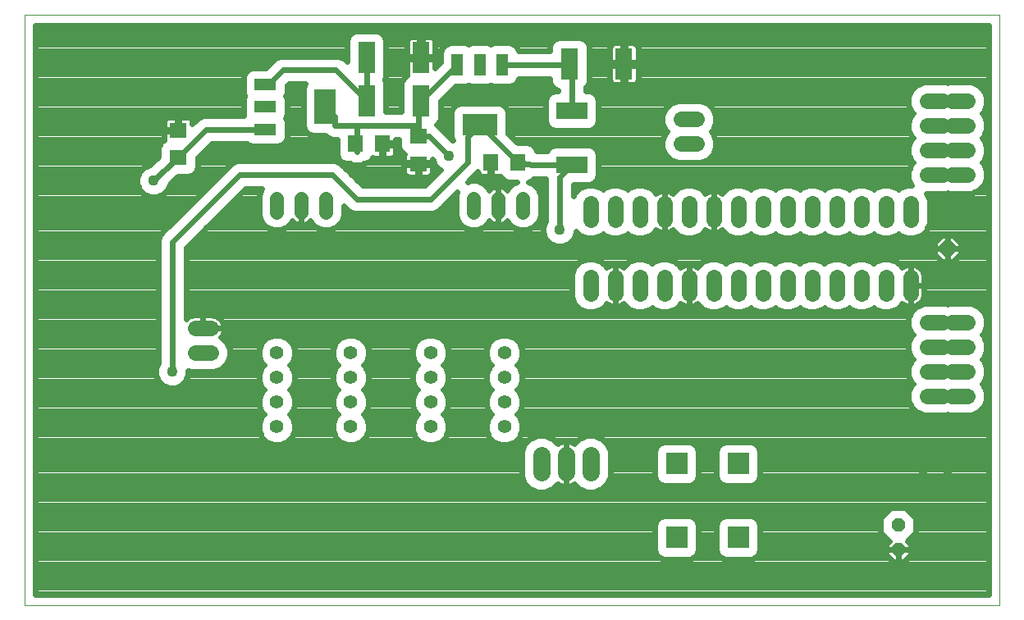
<source format=gtl>
G75*
%MOIN*%
%OFA0B0*%
%FSLAX25Y25*%
%IPPOS*%
%LPD*%
%AMOC8*
5,1,8,0,0,1.08239X$1,22.5*
%
%ADD10C,0.00000*%
%ADD11R,0.07087X0.06299*%
%ADD12R,0.06299X0.07087*%
%ADD13R,0.08800X0.04800*%
%ADD14R,0.08661X0.14173*%
%ADD15R,0.04800X0.08800*%
%ADD16R,0.14173X0.08661*%
%ADD17C,0.05600*%
%ADD18C,0.06400*%
%ADD19OC8,0.05600*%
%ADD20R,0.07087X0.12598*%
%ADD21C,0.05600*%
%ADD22R,0.12598X0.07087*%
%ADD23R,0.08858X0.08858*%
%ADD24C,0.07124*%
%ADD25OC8,0.06400*%
%ADD26C,0.02400*%
%ADD27C,0.04362*%
D10*
X0004700Y0002200D02*
X0004700Y0242161D01*
X0400901Y0242161D01*
X0400901Y0002200D01*
X0004700Y0002200D01*
D11*
X0164700Y0181688D03*
X0164700Y0192712D03*
X0067200Y0195212D03*
X0067200Y0184188D03*
D12*
X0139188Y0189700D03*
X0150212Y0189700D03*
X0194188Y0182200D03*
X0205212Y0182200D03*
D13*
X0102500Y0195600D03*
X0102500Y0204700D03*
X0102500Y0213800D03*
D14*
X0126901Y0204700D03*
D15*
X0180600Y0221900D03*
X0189700Y0221900D03*
X0198800Y0221900D03*
D16*
X0189700Y0197499D03*
D17*
X0199700Y0104700D03*
X0199700Y0094700D03*
X0199700Y0084700D03*
X0199700Y0074700D03*
X0169700Y0074700D03*
X0169700Y0084700D03*
X0169700Y0094700D03*
X0169700Y0104700D03*
X0137200Y0104700D03*
X0137200Y0094700D03*
X0137200Y0084700D03*
X0137200Y0074700D03*
X0107200Y0074700D03*
X0107200Y0084700D03*
X0107200Y0094700D03*
X0107200Y0104700D03*
D18*
X0080400Y0104700D02*
X0074000Y0104700D01*
X0074000Y0114700D02*
X0080400Y0114700D01*
X0234700Y0129000D02*
X0234700Y0135400D01*
X0244700Y0135400D02*
X0244700Y0129000D01*
X0254700Y0129000D02*
X0254700Y0135400D01*
X0264700Y0135400D02*
X0264700Y0129000D01*
X0274700Y0129000D02*
X0274700Y0135400D01*
X0284700Y0135400D02*
X0284700Y0129000D01*
X0294700Y0129000D02*
X0294700Y0135400D01*
X0304700Y0135400D02*
X0304700Y0129000D01*
X0314700Y0129000D02*
X0314700Y0135400D01*
X0324700Y0135400D02*
X0324700Y0129000D01*
X0334700Y0129000D02*
X0334700Y0135400D01*
X0344700Y0135400D02*
X0344700Y0129000D01*
X0354700Y0129000D02*
X0354700Y0135400D01*
X0364700Y0135400D02*
X0364700Y0129000D01*
X0371500Y0117200D02*
X0377900Y0117200D01*
X0381500Y0117200D02*
X0387900Y0117200D01*
X0387900Y0107200D02*
X0381500Y0107200D01*
X0377900Y0107200D02*
X0371500Y0107200D01*
X0371500Y0097200D02*
X0377900Y0097200D01*
X0381500Y0097200D02*
X0387900Y0097200D01*
X0387900Y0087200D02*
X0381500Y0087200D01*
X0377900Y0087200D02*
X0371500Y0087200D01*
X0364700Y0159000D02*
X0364700Y0165400D01*
X0354700Y0165400D02*
X0354700Y0159000D01*
X0344700Y0159000D02*
X0344700Y0165400D01*
X0334700Y0165400D02*
X0334700Y0159000D01*
X0324700Y0159000D02*
X0324700Y0165400D01*
X0314700Y0165400D02*
X0314700Y0159000D01*
X0304700Y0159000D02*
X0304700Y0165400D01*
X0294700Y0165400D02*
X0294700Y0159000D01*
X0284700Y0159000D02*
X0284700Y0165400D01*
X0274700Y0165400D02*
X0274700Y0159000D01*
X0264700Y0159000D02*
X0264700Y0165400D01*
X0254700Y0165400D02*
X0254700Y0159000D01*
X0244700Y0159000D02*
X0244700Y0165400D01*
X0234700Y0165400D02*
X0234700Y0159000D01*
X0271500Y0189700D02*
X0277900Y0189700D01*
X0277900Y0199700D02*
X0271500Y0199700D01*
X0371500Y0197200D02*
X0377900Y0197200D01*
X0381500Y0197200D02*
X0387900Y0197200D01*
X0387900Y0187200D02*
X0381500Y0187200D01*
X0377900Y0187200D02*
X0371500Y0187200D01*
X0371500Y0177200D02*
X0377900Y0177200D01*
X0381500Y0177200D02*
X0387900Y0177200D01*
X0387900Y0207200D02*
X0381500Y0207200D01*
X0377900Y0207200D02*
X0371500Y0207200D01*
D19*
X0359700Y0034700D03*
X0359700Y0024700D03*
D20*
X0165724Y0207200D03*
X0143676Y0207200D03*
X0143676Y0224700D03*
X0165724Y0224700D03*
X0226176Y0222200D03*
X0248224Y0222200D03*
D21*
X0207200Y0167500D02*
X0207200Y0161900D01*
X0197200Y0161900D02*
X0197200Y0167500D01*
X0187200Y0167500D02*
X0187200Y0161900D01*
X0127200Y0161900D02*
X0127200Y0167500D01*
X0117200Y0167500D02*
X0117200Y0161900D01*
X0107200Y0161900D02*
X0107200Y0167500D01*
D22*
X0227200Y0181176D03*
X0227200Y0203224D03*
D23*
X0269700Y0059700D03*
X0294700Y0059700D03*
X0294700Y0029700D03*
X0269700Y0029700D03*
D24*
X0234700Y0056138D02*
X0234700Y0063262D01*
X0224700Y0063262D02*
X0224700Y0056138D01*
X0214700Y0056138D02*
X0214700Y0063262D01*
D25*
X0379700Y0147200D03*
D26*
X0385100Y0147200D01*
X0385100Y0149437D01*
X0381937Y0152600D01*
X0379700Y0152600D01*
X0379700Y0147200D01*
X0379700Y0147200D01*
X0379700Y0147200D01*
X0385100Y0147200D01*
X0385100Y0144963D01*
X0381937Y0141800D01*
X0379700Y0141800D01*
X0379700Y0147200D01*
X0379700Y0147200D01*
X0379700Y0147200D01*
X0374300Y0147200D01*
X0374300Y0149437D01*
X0377463Y0152600D01*
X0379700Y0152600D01*
X0379700Y0147200D01*
X0379700Y0141800D01*
X0377463Y0141800D01*
X0374300Y0144963D01*
X0374300Y0147200D01*
X0379700Y0147200D01*
X0379700Y0146111D02*
X0379700Y0146111D01*
X0379700Y0148509D02*
X0379700Y0148509D01*
X0379700Y0150908D02*
X0379700Y0150908D01*
X0383629Y0150908D02*
X0396501Y0150908D01*
X0396501Y0153306D02*
X0369754Y0153306D01*
X0369005Y0152557D02*
X0371143Y0154695D01*
X0372300Y0157488D01*
X0372300Y0166912D01*
X0371186Y0169600D01*
X0379412Y0169600D01*
X0379700Y0169719D01*
X0379988Y0169600D01*
X0389412Y0169600D01*
X0392205Y0170757D01*
X0394343Y0172895D01*
X0395500Y0175688D01*
X0395500Y0178712D01*
X0394343Y0181505D01*
X0393648Y0182200D01*
X0394343Y0182895D01*
X0395500Y0185688D01*
X0395500Y0188712D01*
X0394343Y0191505D01*
X0393648Y0192200D01*
X0394343Y0192895D01*
X0395500Y0195688D01*
X0395500Y0198712D01*
X0394343Y0201505D01*
X0393648Y0202200D01*
X0394343Y0202895D01*
X0395500Y0205688D01*
X0395500Y0208712D01*
X0394343Y0211505D01*
X0392205Y0213643D01*
X0389412Y0214800D01*
X0379988Y0214800D01*
X0379700Y0214681D01*
X0379412Y0214800D01*
X0369988Y0214800D01*
X0367195Y0213643D01*
X0365057Y0211505D01*
X0363900Y0208712D01*
X0363900Y0205688D01*
X0365057Y0202895D01*
X0365752Y0202200D01*
X0365057Y0201505D01*
X0363900Y0198712D01*
X0363900Y0195688D01*
X0365057Y0192895D01*
X0365752Y0192200D01*
X0365057Y0191505D01*
X0363900Y0188712D01*
X0363900Y0185688D01*
X0365057Y0182895D01*
X0365752Y0182200D01*
X0365057Y0181505D01*
X0363900Y0178712D01*
X0363900Y0175688D01*
X0365014Y0173000D01*
X0363188Y0173000D01*
X0360395Y0171843D01*
X0359700Y0171148D01*
X0359005Y0171843D01*
X0356212Y0173000D01*
X0353188Y0173000D01*
X0350395Y0171843D01*
X0349700Y0171148D01*
X0349005Y0171843D01*
X0346212Y0173000D01*
X0343188Y0173000D01*
X0340395Y0171843D01*
X0339700Y0171148D01*
X0339005Y0171843D01*
X0336212Y0173000D01*
X0333188Y0173000D01*
X0330395Y0171843D01*
X0329700Y0171148D01*
X0329005Y0171843D01*
X0326212Y0173000D01*
X0323188Y0173000D01*
X0320395Y0171843D01*
X0319700Y0171148D01*
X0319005Y0171843D01*
X0316212Y0173000D01*
X0313188Y0173000D01*
X0310395Y0171843D01*
X0309700Y0171148D01*
X0309005Y0171843D01*
X0306212Y0173000D01*
X0303188Y0173000D01*
X0300395Y0171843D01*
X0299700Y0171148D01*
X0299005Y0171843D01*
X0296212Y0173000D01*
X0293188Y0173000D01*
X0290395Y0171843D01*
X0288257Y0169705D01*
X0288189Y0169540D01*
X0287530Y0170018D01*
X0286773Y0170404D01*
X0285965Y0170667D01*
X0285125Y0170800D01*
X0284700Y0170800D01*
X0284700Y0162200D01*
X0284700Y0162200D01*
X0284700Y0170800D01*
X0284275Y0170800D01*
X0283435Y0170667D01*
X0282627Y0170404D01*
X0281870Y0170018D01*
X0281211Y0169540D01*
X0281143Y0169705D01*
X0279005Y0171843D01*
X0276212Y0173000D01*
X0273188Y0173000D01*
X0270395Y0171843D01*
X0268257Y0169705D01*
X0268189Y0169540D01*
X0267530Y0170018D01*
X0266773Y0170404D01*
X0265965Y0170667D01*
X0265125Y0170800D01*
X0264700Y0170800D01*
X0264700Y0162200D01*
X0264700Y0162200D01*
X0264700Y0170800D01*
X0264275Y0170800D01*
X0263435Y0170667D01*
X0262627Y0170404D01*
X0261870Y0170018D01*
X0261211Y0169540D01*
X0261143Y0169705D01*
X0259005Y0171843D01*
X0256212Y0173000D01*
X0253188Y0173000D01*
X0250395Y0171843D01*
X0249700Y0171148D01*
X0249005Y0171843D01*
X0246212Y0173000D01*
X0243188Y0173000D01*
X0240395Y0171843D01*
X0239700Y0171148D01*
X0239005Y0171843D01*
X0236212Y0173000D01*
X0233188Y0173000D01*
X0230395Y0171843D01*
X0228257Y0169705D01*
X0227800Y0168602D01*
X0227800Y0173233D01*
X0234374Y0173233D01*
X0235992Y0173903D01*
X0237229Y0175141D01*
X0237899Y0176758D01*
X0237899Y0185595D01*
X0237229Y0187212D01*
X0235992Y0188450D01*
X0234374Y0189120D01*
X0220026Y0189120D01*
X0218408Y0188450D01*
X0217171Y0187212D01*
X0216990Y0186776D01*
X0212696Y0186776D01*
X0212092Y0188236D01*
X0210854Y0189473D01*
X0209237Y0190143D01*
X0204975Y0190143D01*
X0201187Y0193932D01*
X0201187Y0202705D01*
X0200517Y0204322D01*
X0199279Y0205560D01*
X0197662Y0206230D01*
X0181738Y0206230D01*
X0180121Y0205560D01*
X0178883Y0204322D01*
X0178213Y0202705D01*
X0178213Y0192293D01*
X0178658Y0191219D01*
X0178559Y0191260D01*
X0172360Y0197459D01*
X0172341Y0197467D01*
X0172257Y0197669D01*
X0172997Y0198408D01*
X0173667Y0200026D01*
X0173667Y0207047D01*
X0179720Y0213100D01*
X0183875Y0213100D01*
X0185150Y0213628D01*
X0186425Y0213100D01*
X0192975Y0213100D01*
X0194250Y0213628D01*
X0195525Y0213100D01*
X0202075Y0213100D01*
X0203692Y0213770D01*
X0204930Y0215008D01*
X0205465Y0216300D01*
X0217983Y0216300D01*
X0218097Y0216258D01*
X0218233Y0216264D01*
X0218233Y0215026D01*
X0218903Y0213408D01*
X0220141Y0212171D01*
X0221600Y0211566D01*
X0221600Y0211167D01*
X0220026Y0211167D01*
X0218408Y0210497D01*
X0217171Y0209259D01*
X0216501Y0207642D01*
X0216501Y0198805D01*
X0217171Y0197188D01*
X0218408Y0195950D01*
X0220026Y0195280D01*
X0234374Y0195280D01*
X0235992Y0195950D01*
X0237229Y0197188D01*
X0237899Y0198805D01*
X0237899Y0207642D01*
X0237229Y0209259D01*
X0235992Y0210497D01*
X0234374Y0211167D01*
X0232800Y0211167D01*
X0232800Y0212759D01*
X0233450Y0213408D01*
X0234120Y0215026D01*
X0234120Y0229374D01*
X0233450Y0230992D01*
X0232212Y0232229D01*
X0230595Y0232899D01*
X0221758Y0232899D01*
X0220141Y0232229D01*
X0218903Y0230992D01*
X0218233Y0229374D01*
X0218233Y0227500D01*
X0205465Y0227500D01*
X0204930Y0228792D01*
X0203692Y0230030D01*
X0202075Y0230700D01*
X0195525Y0230700D01*
X0194250Y0230172D01*
X0192975Y0230700D01*
X0186425Y0230700D01*
X0185150Y0230172D01*
X0183875Y0230700D01*
X0177325Y0230700D01*
X0175708Y0230030D01*
X0174470Y0228792D01*
X0173800Y0227175D01*
X0173800Y0223020D01*
X0171467Y0220686D01*
X0171467Y0224128D01*
X0166295Y0224128D01*
X0166295Y0225272D01*
X0165152Y0225272D01*
X0165152Y0233199D01*
X0161891Y0233199D01*
X0161331Y0233049D01*
X0160829Y0232760D01*
X0160420Y0232350D01*
X0160130Y0231848D01*
X0159980Y0231289D01*
X0159980Y0225272D01*
X0165152Y0225272D01*
X0165152Y0224128D01*
X0159980Y0224128D01*
X0159980Y0218111D01*
X0160130Y0217552D01*
X0160195Y0217439D01*
X0159688Y0217229D01*
X0158450Y0215992D01*
X0157780Y0214374D01*
X0157780Y0202800D01*
X0151620Y0202800D01*
X0151620Y0214374D01*
X0150967Y0215950D01*
X0151620Y0217526D01*
X0151620Y0231874D01*
X0150950Y0233492D01*
X0149712Y0234729D01*
X0148095Y0235399D01*
X0139258Y0235399D01*
X0137641Y0234729D01*
X0136403Y0233492D01*
X0135733Y0231874D01*
X0135733Y0223063D01*
X0134349Y0224447D01*
X0132290Y0225300D01*
X0108586Y0225300D01*
X0106528Y0224447D01*
X0102680Y0220600D01*
X0097225Y0220600D01*
X0095608Y0219930D01*
X0094370Y0218692D01*
X0093700Y0217075D01*
X0093700Y0210525D01*
X0094228Y0209250D01*
X0093700Y0207975D01*
X0093700Y0201425D01*
X0093793Y0201200D01*
X0077498Y0201200D01*
X0075440Y0200347D01*
X0073864Y0198772D01*
X0072943Y0197851D01*
X0072943Y0198651D01*
X0072793Y0199211D01*
X0072504Y0199712D01*
X0072094Y0200122D01*
X0071592Y0200411D01*
X0071033Y0200561D01*
X0067575Y0200561D01*
X0067575Y0195587D01*
X0066825Y0195587D01*
X0066825Y0200561D01*
X0063367Y0200561D01*
X0062808Y0200411D01*
X0062306Y0200122D01*
X0061896Y0199712D01*
X0061607Y0199211D01*
X0061457Y0198651D01*
X0061457Y0195587D01*
X0066825Y0195587D01*
X0066825Y0194837D01*
X0061457Y0194837D01*
X0061457Y0191773D01*
X0061597Y0191247D01*
X0061164Y0191068D01*
X0059927Y0189830D01*
X0059257Y0188213D01*
X0059257Y0184543D01*
X0058646Y0183990D01*
X0058516Y0183936D01*
X0057825Y0183244D01*
X0057101Y0182587D01*
X0057040Y0182460D01*
X0055841Y0181260D01*
X0053472Y0180279D01*
X0051621Y0178428D01*
X0050619Y0176009D01*
X0050619Y0173391D01*
X0051621Y0170972D01*
X0053472Y0169121D01*
X0055891Y0168119D01*
X0058509Y0168119D01*
X0060928Y0169121D01*
X0062779Y0170972D01*
X0063760Y0173341D01*
X0065552Y0175132D01*
X0067212Y0176639D01*
X0071619Y0176639D01*
X0073236Y0177308D01*
X0074473Y0178546D01*
X0075143Y0180163D01*
X0075143Y0184212D01*
X0080931Y0190000D01*
X0095077Y0190000D01*
X0095608Y0189470D01*
X0097225Y0188800D01*
X0107775Y0188800D01*
X0109392Y0189470D01*
X0110630Y0190708D01*
X0111300Y0192325D01*
X0111300Y0198875D01*
X0110772Y0200150D01*
X0111300Y0201425D01*
X0111300Y0207975D01*
X0110772Y0209250D01*
X0111300Y0210525D01*
X0111300Y0213380D01*
X0112020Y0214100D01*
X0118766Y0214100D01*
X0118170Y0212662D01*
X0118170Y0196738D01*
X0118840Y0195121D01*
X0120078Y0193883D01*
X0121695Y0193213D01*
X0126944Y0193213D01*
X0127705Y0192453D01*
X0129763Y0191600D01*
X0131639Y0191600D01*
X0131639Y0185281D01*
X0132308Y0183664D01*
X0133546Y0182427D01*
X0135163Y0181757D01*
X0136972Y0181757D01*
X0136974Y0181756D01*
X0137368Y0181476D01*
X0137993Y0181334D01*
X0138586Y0181088D01*
X0139069Y0181088D01*
X0139540Y0180981D01*
X0140172Y0181088D01*
X0140814Y0181088D01*
X0141260Y0181273D01*
X0141736Y0181354D01*
X0142280Y0181695D01*
X0142428Y0181757D01*
X0143213Y0181757D01*
X0144830Y0182427D01*
X0146068Y0183664D01*
X0146247Y0184097D01*
X0146773Y0183957D01*
X0149837Y0183957D01*
X0149837Y0189325D01*
X0150587Y0189325D01*
X0150587Y0190075D01*
X0155561Y0190075D01*
X0155561Y0191600D01*
X0156757Y0191600D01*
X0156757Y0188687D01*
X0157427Y0187070D01*
X0158664Y0185832D01*
X0159097Y0185653D01*
X0158957Y0185127D01*
X0158957Y0182063D01*
X0164325Y0182063D01*
X0164325Y0181313D01*
X0165075Y0181313D01*
X0165075Y0176339D01*
X0168533Y0176339D01*
X0169092Y0176489D01*
X0169594Y0176778D01*
X0170004Y0177188D01*
X0170293Y0177689D01*
X0170443Y0178249D01*
X0170443Y0181313D01*
X0165075Y0181313D01*
X0165075Y0182063D01*
X0170443Y0182063D01*
X0170443Y0183537D01*
X0170640Y0183341D01*
X0171621Y0180972D01*
X0173472Y0179121D01*
X0173634Y0179054D01*
X0167380Y0172800D01*
X0142020Y0172800D01*
X0134447Y0180372D01*
X0132872Y0181947D01*
X0130814Y0182800D01*
X0091086Y0182800D01*
X0089028Y0181947D01*
X0061528Y0154447D01*
X0059953Y0152872D01*
X0059100Y0150814D01*
X0059100Y0100878D01*
X0058119Y0098509D01*
X0058119Y0095891D01*
X0059121Y0093472D01*
X0060972Y0091621D01*
X0063391Y0090619D01*
X0066009Y0090619D01*
X0068428Y0091621D01*
X0070279Y0093472D01*
X0071281Y0095891D01*
X0071281Y0097600D01*
X0072488Y0097100D01*
X0081912Y0097100D01*
X0084705Y0098257D01*
X0086843Y0100395D01*
X0088000Y0103188D01*
X0088000Y0106212D01*
X0086843Y0109005D01*
X0084705Y0111143D01*
X0084540Y0111211D01*
X0085018Y0111870D01*
X0085404Y0112627D01*
X0085667Y0113435D01*
X0085800Y0114275D01*
X0085800Y0114700D01*
X0085800Y0115125D01*
X0085667Y0115965D01*
X0085404Y0116773D01*
X0085018Y0117530D01*
X0084519Y0118218D01*
X0083918Y0118819D01*
X0083230Y0119318D01*
X0082473Y0119704D01*
X0081665Y0119967D01*
X0080825Y0120100D01*
X0077200Y0120100D01*
X0077200Y0114700D01*
X0077200Y0114700D01*
X0085800Y0114700D01*
X0077200Y0114700D01*
X0077200Y0114700D01*
X0077200Y0120100D01*
X0073575Y0120100D01*
X0072735Y0119967D01*
X0071927Y0119704D01*
X0071170Y0119318D01*
X0070482Y0118819D01*
X0070300Y0118637D01*
X0070300Y0147380D01*
X0094520Y0171600D01*
X0101118Y0171600D01*
X0101096Y0171578D01*
X0100000Y0168932D01*
X0100000Y0160468D01*
X0101096Y0157822D01*
X0103122Y0155796D01*
X0105768Y0154700D01*
X0108632Y0154700D01*
X0111278Y0155796D01*
X0113304Y0157822D01*
X0113568Y0158460D01*
X0113943Y0158086D01*
X0114579Y0157624D01*
X0115281Y0157266D01*
X0116029Y0157023D01*
X0116806Y0156900D01*
X0117200Y0156900D01*
X0117594Y0156900D01*
X0118371Y0157023D01*
X0119119Y0157266D01*
X0119821Y0157624D01*
X0120457Y0158086D01*
X0120831Y0158460D01*
X0121096Y0157822D01*
X0123122Y0155796D01*
X0125768Y0154700D01*
X0128632Y0154700D01*
X0131278Y0155796D01*
X0133304Y0157822D01*
X0134400Y0160468D01*
X0134400Y0164580D01*
X0136528Y0162453D01*
X0138586Y0161600D01*
X0170814Y0161600D01*
X0172872Y0162453D01*
X0174447Y0164028D01*
X0180458Y0170039D01*
X0180000Y0168932D01*
X0180000Y0160468D01*
X0181096Y0157822D01*
X0183122Y0155796D01*
X0185768Y0154700D01*
X0188632Y0154700D01*
X0191278Y0155796D01*
X0193304Y0157822D01*
X0193568Y0158460D01*
X0193943Y0158086D01*
X0194579Y0157624D01*
X0195281Y0157266D01*
X0196029Y0157023D01*
X0196806Y0156900D01*
X0197200Y0156900D01*
X0197594Y0156900D01*
X0198371Y0157023D01*
X0199119Y0157266D01*
X0199821Y0157624D01*
X0200457Y0158086D01*
X0200831Y0158460D01*
X0201096Y0157822D01*
X0203122Y0155796D01*
X0205768Y0154700D01*
X0208632Y0154700D01*
X0211278Y0155796D01*
X0213304Y0157822D01*
X0214400Y0160468D01*
X0214400Y0168932D01*
X0213304Y0171578D01*
X0211278Y0173604D01*
X0209469Y0174353D01*
X0210854Y0174927D01*
X0211396Y0175469D01*
X0211866Y0175576D01*
X0216600Y0175576D01*
X0216600Y0158378D01*
X0215619Y0156009D01*
X0215619Y0153391D01*
X0216621Y0150972D01*
X0218472Y0149121D01*
X0220891Y0148119D01*
X0223509Y0148119D01*
X0225928Y0149121D01*
X0227779Y0150972D01*
X0228781Y0153391D01*
X0228781Y0154171D01*
X0230395Y0152557D01*
X0233188Y0151400D01*
X0236212Y0151400D01*
X0239005Y0152557D01*
X0239700Y0153252D01*
X0240395Y0152557D01*
X0243188Y0151400D01*
X0246212Y0151400D01*
X0249005Y0152557D01*
X0249700Y0153252D01*
X0250395Y0152557D01*
X0253188Y0151400D01*
X0256212Y0151400D01*
X0259005Y0152557D01*
X0261143Y0154695D01*
X0261211Y0154860D01*
X0261870Y0154382D01*
X0262627Y0153996D01*
X0263435Y0153733D01*
X0264275Y0153600D01*
X0264700Y0153600D01*
X0265125Y0153600D01*
X0265965Y0153733D01*
X0266773Y0153996D01*
X0267530Y0154382D01*
X0268189Y0154860D01*
X0268257Y0154695D01*
X0270395Y0152557D01*
X0273188Y0151400D01*
X0276212Y0151400D01*
X0279005Y0152557D01*
X0281143Y0154695D01*
X0281211Y0154860D01*
X0281870Y0154382D01*
X0282627Y0153996D01*
X0283435Y0153733D01*
X0284275Y0153600D01*
X0284700Y0153600D01*
X0285125Y0153600D01*
X0285965Y0153733D01*
X0286773Y0153996D01*
X0287530Y0154382D01*
X0288189Y0154860D01*
X0288257Y0154695D01*
X0290395Y0152557D01*
X0293188Y0151400D01*
X0296212Y0151400D01*
X0299005Y0152557D01*
X0299700Y0153252D01*
X0300395Y0152557D01*
X0303188Y0151400D01*
X0306212Y0151400D01*
X0309005Y0152557D01*
X0309700Y0153252D01*
X0310395Y0152557D01*
X0313188Y0151400D01*
X0316212Y0151400D01*
X0319005Y0152557D01*
X0319700Y0153252D01*
X0320395Y0152557D01*
X0323188Y0151400D01*
X0326212Y0151400D01*
X0329005Y0152557D01*
X0329700Y0153252D01*
X0330395Y0152557D01*
X0333188Y0151400D01*
X0336212Y0151400D01*
X0339005Y0152557D01*
X0339700Y0153252D01*
X0340395Y0152557D01*
X0343188Y0151400D01*
X0346212Y0151400D01*
X0349005Y0152557D01*
X0349700Y0153252D01*
X0350395Y0152557D01*
X0353188Y0151400D01*
X0356212Y0151400D01*
X0359005Y0152557D01*
X0359700Y0153252D01*
X0360395Y0152557D01*
X0363188Y0151400D01*
X0366212Y0151400D01*
X0369005Y0152557D01*
X0371561Y0155705D02*
X0396501Y0155705D01*
X0396501Y0158103D02*
X0372300Y0158103D01*
X0372300Y0160502D02*
X0396501Y0160502D01*
X0396501Y0162900D02*
X0372300Y0162900D01*
X0372300Y0165299D02*
X0396501Y0165299D01*
X0396501Y0167697D02*
X0371975Y0167697D01*
X0361967Y0172494D02*
X0357433Y0172494D01*
X0364229Y0174893D02*
X0236981Y0174893D01*
X0237433Y0172494D02*
X0241967Y0172494D01*
X0247433Y0172494D02*
X0251967Y0172494D01*
X0257433Y0172494D02*
X0271967Y0172494D01*
X0268648Y0170096D02*
X0267378Y0170096D01*
X0264700Y0170096D02*
X0264700Y0170096D01*
X0264700Y0167697D02*
X0264700Y0167697D01*
X0264700Y0165299D02*
X0264700Y0165299D01*
X0264700Y0162900D02*
X0264700Y0162900D01*
X0264700Y0162200D02*
X0264700Y0153600D01*
X0264700Y0162200D01*
X0264700Y0162200D01*
X0264700Y0160502D02*
X0264700Y0160502D01*
X0264700Y0158103D02*
X0264700Y0158103D01*
X0264700Y0155705D02*
X0264700Y0155705D01*
X0259754Y0153306D02*
X0269646Y0153306D01*
X0279754Y0153306D02*
X0289646Y0153306D01*
X0284700Y0153600D02*
X0284700Y0162200D01*
X0284700Y0162200D01*
X0284700Y0153600D01*
X0284700Y0155705D02*
X0284700Y0155705D01*
X0284700Y0158103D02*
X0284700Y0158103D01*
X0284700Y0160502D02*
X0284700Y0160502D01*
X0284700Y0162900D02*
X0284700Y0162900D01*
X0284700Y0165299D02*
X0284700Y0165299D01*
X0284700Y0167697D02*
X0284700Y0167697D01*
X0284700Y0170096D02*
X0284700Y0170096D01*
X0287378Y0170096D02*
X0288648Y0170096D01*
X0291967Y0172494D02*
X0277433Y0172494D01*
X0280752Y0170096D02*
X0282022Y0170096D01*
X0297433Y0172494D02*
X0301967Y0172494D01*
X0307433Y0172494D02*
X0311967Y0172494D01*
X0317433Y0172494D02*
X0321967Y0172494D01*
X0327433Y0172494D02*
X0331967Y0172494D01*
X0337433Y0172494D02*
X0341967Y0172494D01*
X0347433Y0172494D02*
X0351967Y0172494D01*
X0363900Y0177291D02*
X0237899Y0177291D01*
X0237899Y0179690D02*
X0364305Y0179690D01*
X0365640Y0182088D02*
X0237899Y0182088D01*
X0237899Y0184487D02*
X0265965Y0184487D01*
X0265057Y0185395D02*
X0267195Y0183257D01*
X0269988Y0182100D01*
X0279412Y0182100D01*
X0282205Y0183257D01*
X0284343Y0185395D01*
X0285500Y0188188D01*
X0285500Y0191212D01*
X0284343Y0194005D01*
X0283648Y0194700D01*
X0284343Y0195395D01*
X0285500Y0198188D01*
X0285500Y0201212D01*
X0284343Y0204005D01*
X0282205Y0206143D01*
X0279412Y0207300D01*
X0269988Y0207300D01*
X0267195Y0206143D01*
X0265057Y0204005D01*
X0263900Y0201212D01*
X0263900Y0198188D01*
X0265057Y0195395D01*
X0265752Y0194700D01*
X0265057Y0194005D01*
X0263900Y0191212D01*
X0263900Y0188188D01*
X0265057Y0185395D01*
X0264440Y0186885D02*
X0237365Y0186885D01*
X0227200Y0181176D02*
X0222200Y0176176D01*
X0222200Y0154700D01*
X0215619Y0155705D02*
X0211058Y0155705D01*
X0213421Y0158103D02*
X0216486Y0158103D01*
X0216600Y0160502D02*
X0214400Y0160502D01*
X0214400Y0162900D02*
X0216600Y0162900D01*
X0216600Y0165299D02*
X0214400Y0165299D01*
X0214400Y0167697D02*
X0216600Y0167697D01*
X0216600Y0170096D02*
X0213918Y0170096D01*
X0212388Y0172494D02*
X0216600Y0172494D01*
X0216600Y0174893D02*
X0210772Y0174893D01*
X0204698Y0174257D02*
X0203122Y0173604D01*
X0201096Y0171578D01*
X0200831Y0170940D01*
X0200457Y0171314D01*
X0199821Y0171776D01*
X0199119Y0172134D01*
X0198371Y0172377D01*
X0197594Y0172500D01*
X0197200Y0172500D01*
X0197200Y0164700D01*
X0197200Y0164700D01*
X0197200Y0156900D01*
X0197200Y0164700D01*
X0197200Y0164700D01*
X0197200Y0172500D01*
X0196806Y0172500D01*
X0196029Y0172377D01*
X0195281Y0172134D01*
X0194579Y0171776D01*
X0193943Y0171314D01*
X0193568Y0170940D01*
X0193304Y0171578D01*
X0191278Y0173604D01*
X0188632Y0174700D01*
X0185768Y0174700D01*
X0184661Y0174242D01*
X0188839Y0178419D01*
X0188839Y0178367D01*
X0188989Y0177808D01*
X0189278Y0177306D01*
X0189688Y0176896D01*
X0190189Y0176607D01*
X0190749Y0176457D01*
X0193813Y0176457D01*
X0193813Y0181825D01*
X0194563Y0181825D01*
X0194563Y0176457D01*
X0197627Y0176457D01*
X0198153Y0176597D01*
X0198332Y0176164D01*
X0199570Y0174927D01*
X0201187Y0174257D01*
X0204698Y0174257D01*
X0202012Y0172494D02*
X0197629Y0172494D01*
X0197200Y0172494D02*
X0197200Y0172494D01*
X0196771Y0172494D02*
X0192388Y0172494D01*
X0197200Y0170096D02*
X0197200Y0170096D01*
X0197200Y0167697D02*
X0197200Y0167697D01*
X0197200Y0165299D02*
X0197200Y0165299D01*
X0197200Y0162900D02*
X0197200Y0162900D01*
X0197200Y0160502D02*
X0197200Y0160502D01*
X0197200Y0158103D02*
X0197200Y0158103D01*
X0200474Y0158103D02*
X0200979Y0158103D01*
X0203342Y0155705D02*
X0191058Y0155705D01*
X0193421Y0158103D02*
X0193926Y0158103D01*
X0183342Y0155705D02*
X0131058Y0155705D01*
X0133421Y0158103D02*
X0180979Y0158103D01*
X0180000Y0160502D02*
X0134400Y0160502D01*
X0134400Y0162900D02*
X0136080Y0162900D01*
X0139700Y0167200D02*
X0129700Y0177200D01*
X0092200Y0177200D01*
X0064700Y0149700D01*
X0064700Y0097200D01*
X0071219Y0095742D02*
X0100000Y0095742D01*
X0100000Y0096132D02*
X0100000Y0093268D01*
X0101096Y0090622D01*
X0102018Y0089700D01*
X0101096Y0088778D01*
X0100000Y0086132D01*
X0100000Y0083268D01*
X0101096Y0080622D01*
X0102018Y0079700D01*
X0101096Y0078778D01*
X0100000Y0076132D01*
X0100000Y0073268D01*
X0101096Y0070622D01*
X0103122Y0068596D01*
X0105768Y0067500D01*
X0108632Y0067500D01*
X0111278Y0068596D01*
X0113304Y0070622D01*
X0114400Y0073268D01*
X0114400Y0076132D01*
X0113304Y0078778D01*
X0112382Y0079700D01*
X0113304Y0080622D01*
X0114400Y0083268D01*
X0114400Y0086132D01*
X0113304Y0088778D01*
X0112382Y0089700D01*
X0113304Y0090622D01*
X0114400Y0093268D01*
X0114400Y0096132D01*
X0113304Y0098778D01*
X0112382Y0099700D01*
X0113304Y0100622D01*
X0114400Y0103268D01*
X0114400Y0106132D01*
X0113304Y0108778D01*
X0111278Y0110804D01*
X0108632Y0111900D01*
X0105768Y0111900D01*
X0103122Y0110804D01*
X0101096Y0108778D01*
X0100000Y0106132D01*
X0100000Y0103268D01*
X0101096Y0100622D01*
X0102018Y0099700D01*
X0101096Y0098778D01*
X0100000Y0096132D01*
X0100832Y0098140D02*
X0084424Y0098140D01*
X0086903Y0100539D02*
X0101179Y0100539D01*
X0100137Y0102937D02*
X0087896Y0102937D01*
X0088000Y0105336D02*
X0100000Y0105336D01*
X0100664Y0107734D02*
X0087369Y0107734D01*
X0085715Y0110133D02*
X0102451Y0110133D01*
X0111949Y0110133D02*
X0132451Y0110133D01*
X0133122Y0110804D02*
X0131096Y0108778D01*
X0130000Y0106132D01*
X0130000Y0103268D01*
X0131096Y0100622D01*
X0132018Y0099700D01*
X0131096Y0098778D01*
X0130000Y0096132D01*
X0130000Y0093268D01*
X0131096Y0090622D01*
X0132018Y0089700D01*
X0131096Y0088778D01*
X0130000Y0086132D01*
X0130000Y0083268D01*
X0131096Y0080622D01*
X0132018Y0079700D01*
X0131096Y0078778D01*
X0130000Y0076132D01*
X0130000Y0073268D01*
X0131096Y0070622D01*
X0133122Y0068596D01*
X0135768Y0067500D01*
X0138632Y0067500D01*
X0141278Y0068596D01*
X0143304Y0070622D01*
X0144400Y0073268D01*
X0144400Y0076132D01*
X0143304Y0078778D01*
X0142382Y0079700D01*
X0143304Y0080622D01*
X0144400Y0083268D01*
X0144400Y0086132D01*
X0143304Y0088778D01*
X0142382Y0089700D01*
X0143304Y0090622D01*
X0144400Y0093268D01*
X0144400Y0096132D01*
X0143304Y0098778D01*
X0142382Y0099700D01*
X0143304Y0100622D01*
X0144400Y0103268D01*
X0144400Y0106132D01*
X0143304Y0108778D01*
X0141278Y0110804D01*
X0138632Y0111900D01*
X0135768Y0111900D01*
X0133122Y0110804D01*
X0130664Y0107734D02*
X0113736Y0107734D01*
X0114400Y0105336D02*
X0130000Y0105336D01*
X0130137Y0102937D02*
X0114263Y0102937D01*
X0113221Y0100539D02*
X0131179Y0100539D01*
X0130832Y0098140D02*
X0113568Y0098140D01*
X0114400Y0095742D02*
X0130000Y0095742D01*
X0130000Y0093343D02*
X0114400Y0093343D01*
X0113438Y0090945D02*
X0130962Y0090945D01*
X0131000Y0088546D02*
X0113400Y0088546D01*
X0114393Y0086148D02*
X0130007Y0086148D01*
X0130000Y0083749D02*
X0114400Y0083749D01*
X0113606Y0081351D02*
X0130794Y0081351D01*
X0131270Y0078952D02*
X0113130Y0078952D01*
X0114225Y0076554D02*
X0130175Y0076554D01*
X0130000Y0074155D02*
X0114400Y0074155D01*
X0113774Y0071757D02*
X0130626Y0071757D01*
X0132359Y0069358D02*
X0112041Y0069358D01*
X0102359Y0069358D02*
X0009100Y0069358D01*
X0009100Y0066960D02*
X0207613Y0066960D01*
X0207950Y0067772D02*
X0206738Y0064846D01*
X0206738Y0054554D01*
X0207950Y0051628D01*
X0210190Y0049388D01*
X0213116Y0048176D01*
X0216284Y0048176D01*
X0219210Y0049388D01*
X0221305Y0051482D01*
X0221680Y0051210D01*
X0222488Y0050798D01*
X0223351Y0050517D01*
X0224246Y0050376D01*
X0224700Y0050376D01*
X0225153Y0050376D01*
X0226049Y0050517D01*
X0226912Y0050798D01*
X0227720Y0051210D01*
X0228095Y0051482D01*
X0230190Y0049388D01*
X0233116Y0048176D01*
X0236284Y0048176D01*
X0239210Y0049388D01*
X0241450Y0051628D01*
X0242662Y0054554D01*
X0242662Y0064846D01*
X0241450Y0067772D01*
X0239210Y0070012D01*
X0236284Y0071224D01*
X0233116Y0071224D01*
X0230190Y0070012D01*
X0228095Y0067918D01*
X0227720Y0068190D01*
X0226912Y0068602D01*
X0226049Y0068883D01*
X0225153Y0069024D01*
X0224700Y0069024D01*
X0224700Y0059700D01*
X0224700Y0059700D01*
X0224700Y0069024D01*
X0224246Y0069024D01*
X0223351Y0068883D01*
X0222488Y0068602D01*
X0221680Y0068190D01*
X0221305Y0067918D01*
X0219210Y0070012D01*
X0216284Y0071224D01*
X0213116Y0071224D01*
X0210190Y0070012D01*
X0207950Y0067772D01*
X0209536Y0069358D02*
X0204541Y0069358D01*
X0203778Y0068596D02*
X0205804Y0070622D01*
X0206900Y0073268D01*
X0206900Y0076132D01*
X0205804Y0078778D01*
X0204882Y0079700D01*
X0205804Y0080622D01*
X0206900Y0083268D01*
X0206900Y0086132D01*
X0205804Y0088778D01*
X0204882Y0089700D01*
X0205804Y0090622D01*
X0206900Y0093268D01*
X0206900Y0096132D01*
X0205804Y0098778D01*
X0204882Y0099700D01*
X0205804Y0100622D01*
X0206900Y0103268D01*
X0206900Y0106132D01*
X0205804Y0108778D01*
X0203778Y0110804D01*
X0201132Y0111900D01*
X0198268Y0111900D01*
X0195622Y0110804D01*
X0193596Y0108778D01*
X0192500Y0106132D01*
X0192500Y0103268D01*
X0193596Y0100622D01*
X0194518Y0099700D01*
X0193596Y0098778D01*
X0192500Y0096132D01*
X0192500Y0093268D01*
X0193596Y0090622D01*
X0194518Y0089700D01*
X0193596Y0088778D01*
X0192500Y0086132D01*
X0192500Y0083268D01*
X0193596Y0080622D01*
X0194518Y0079700D01*
X0193596Y0078778D01*
X0192500Y0076132D01*
X0192500Y0073268D01*
X0193596Y0070622D01*
X0195622Y0068596D01*
X0198268Y0067500D01*
X0201132Y0067500D01*
X0203778Y0068596D01*
X0206738Y0064561D02*
X0009100Y0064561D01*
X0009100Y0062163D02*
X0206738Y0062163D01*
X0206738Y0059764D02*
X0009100Y0059764D01*
X0009100Y0057366D02*
X0206738Y0057366D01*
X0206738Y0054967D02*
X0009100Y0054967D01*
X0009100Y0052569D02*
X0207560Y0052569D01*
X0209407Y0050170D02*
X0009100Y0050170D01*
X0009100Y0047772D02*
X0396501Y0047772D01*
X0396501Y0050170D02*
X0239993Y0050170D01*
X0241840Y0052569D02*
X0261750Y0052569D01*
X0261541Y0052778D02*
X0262778Y0051541D01*
X0264396Y0050871D01*
X0275004Y0050871D01*
X0276622Y0051541D01*
X0277859Y0052778D01*
X0278529Y0054396D01*
X0278529Y0065004D01*
X0277859Y0066622D01*
X0276622Y0067859D01*
X0275004Y0068529D01*
X0264396Y0068529D01*
X0262778Y0067859D01*
X0261541Y0066622D01*
X0260871Y0065004D01*
X0260871Y0054396D01*
X0261541Y0052778D01*
X0260871Y0054967D02*
X0242662Y0054967D01*
X0242662Y0057366D02*
X0260871Y0057366D01*
X0260871Y0059764D02*
X0242662Y0059764D01*
X0242662Y0062163D02*
X0260871Y0062163D01*
X0260871Y0064561D02*
X0242662Y0064561D01*
X0241787Y0066960D02*
X0261879Y0066960D01*
X0277521Y0066960D02*
X0286879Y0066960D01*
X0286541Y0066622D02*
X0287778Y0067859D01*
X0289396Y0068529D01*
X0300004Y0068529D01*
X0301622Y0067859D01*
X0302859Y0066622D01*
X0303529Y0065004D01*
X0303529Y0054396D01*
X0302859Y0052778D01*
X0301622Y0051541D01*
X0300004Y0050871D01*
X0289396Y0050871D01*
X0287778Y0051541D01*
X0286541Y0052778D01*
X0285871Y0054396D01*
X0285871Y0065004D01*
X0286541Y0066622D01*
X0285871Y0064561D02*
X0278529Y0064561D01*
X0278529Y0062163D02*
X0285871Y0062163D01*
X0285871Y0059764D02*
X0278529Y0059764D01*
X0278529Y0057366D02*
X0285871Y0057366D01*
X0285871Y0054967D02*
X0278529Y0054967D01*
X0277650Y0052569D02*
X0286750Y0052569D01*
X0302650Y0052569D02*
X0396501Y0052569D01*
X0396501Y0054967D02*
X0303529Y0054967D01*
X0303529Y0057366D02*
X0396501Y0057366D01*
X0396501Y0059764D02*
X0303529Y0059764D01*
X0303529Y0062163D02*
X0396501Y0062163D01*
X0396501Y0064561D02*
X0303529Y0064561D01*
X0302521Y0066960D02*
X0396501Y0066960D01*
X0396501Y0069358D02*
X0239864Y0069358D01*
X0229536Y0069358D02*
X0219864Y0069358D01*
X0224700Y0066960D02*
X0224700Y0066960D01*
X0224700Y0064561D02*
X0224700Y0064561D01*
X0224700Y0062163D02*
X0224700Y0062163D01*
X0224700Y0059764D02*
X0224700Y0059764D01*
X0224700Y0059700D02*
X0224700Y0050376D01*
X0224700Y0059700D01*
X0224700Y0059700D01*
X0224700Y0057366D02*
X0224700Y0057366D01*
X0224700Y0054967D02*
X0224700Y0054967D01*
X0224700Y0052569D02*
X0224700Y0052569D01*
X0219993Y0050170D02*
X0229407Y0050170D01*
X0261541Y0036622D02*
X0260871Y0035004D01*
X0260871Y0024396D01*
X0261541Y0022778D01*
X0262778Y0021541D01*
X0264396Y0020871D01*
X0275004Y0020871D01*
X0276622Y0021541D01*
X0277859Y0022778D01*
X0278529Y0024396D01*
X0278529Y0035004D01*
X0277859Y0036622D01*
X0276622Y0037859D01*
X0275004Y0038529D01*
X0264396Y0038529D01*
X0262778Y0037859D01*
X0261541Y0036622D01*
X0261192Y0035779D02*
X0009100Y0035779D01*
X0009100Y0033381D02*
X0260871Y0033381D01*
X0260871Y0030982D02*
X0009100Y0030982D01*
X0009100Y0028584D02*
X0260871Y0028584D01*
X0260871Y0026185D02*
X0009100Y0026185D01*
X0009100Y0023787D02*
X0261123Y0023787D01*
X0263147Y0021388D02*
X0009100Y0021388D01*
X0009100Y0018990D02*
X0396501Y0018990D01*
X0396501Y0021388D02*
X0363459Y0021388D01*
X0364700Y0022629D02*
X0361771Y0019700D01*
X0359700Y0019700D01*
X0359700Y0024700D01*
X0364700Y0024700D01*
X0364700Y0026771D01*
X0363327Y0028144D01*
X0366900Y0031718D01*
X0366900Y0037682D01*
X0362682Y0041900D01*
X0356718Y0041900D01*
X0352500Y0037682D01*
X0352500Y0031718D01*
X0356073Y0028144D01*
X0354700Y0026771D01*
X0354700Y0024700D01*
X0359700Y0024700D01*
X0359700Y0024700D01*
X0359700Y0024700D01*
X0364700Y0024700D01*
X0364700Y0022629D01*
X0364700Y0023787D02*
X0396501Y0023787D01*
X0396501Y0026185D02*
X0364700Y0026185D01*
X0363766Y0028584D02*
X0396501Y0028584D01*
X0396501Y0030982D02*
X0366164Y0030982D01*
X0366900Y0033381D02*
X0396501Y0033381D01*
X0396501Y0035779D02*
X0366900Y0035779D01*
X0366405Y0038178D02*
X0396501Y0038178D01*
X0396501Y0040576D02*
X0364006Y0040576D01*
X0355394Y0040576D02*
X0009100Y0040576D01*
X0009100Y0038178D02*
X0263547Y0038178D01*
X0275853Y0038178D02*
X0288547Y0038178D01*
X0287778Y0037859D02*
X0289396Y0038529D01*
X0300004Y0038529D01*
X0301622Y0037859D01*
X0302859Y0036622D01*
X0303529Y0035004D01*
X0303529Y0024396D01*
X0302859Y0022778D01*
X0301622Y0021541D01*
X0300004Y0020871D01*
X0289396Y0020871D01*
X0287778Y0021541D01*
X0286541Y0022778D01*
X0285871Y0024396D01*
X0285871Y0035004D01*
X0286541Y0036622D01*
X0287778Y0037859D01*
X0286192Y0035779D02*
X0278208Y0035779D01*
X0278529Y0033381D02*
X0285871Y0033381D01*
X0285871Y0030982D02*
X0278529Y0030982D01*
X0278529Y0028584D02*
X0285871Y0028584D01*
X0285871Y0026185D02*
X0278529Y0026185D01*
X0278277Y0023787D02*
X0286123Y0023787D01*
X0288147Y0021388D02*
X0276253Y0021388D01*
X0301253Y0021388D02*
X0355941Y0021388D01*
X0354700Y0022629D02*
X0357629Y0019700D01*
X0359700Y0019700D01*
X0359700Y0024700D01*
X0359700Y0024700D01*
X0354700Y0024700D01*
X0354700Y0022629D01*
X0354700Y0023787D02*
X0303277Y0023787D01*
X0303529Y0026185D02*
X0354700Y0026185D01*
X0355634Y0028584D02*
X0303529Y0028584D01*
X0303529Y0030982D02*
X0353236Y0030982D01*
X0352500Y0033381D02*
X0303529Y0033381D01*
X0303208Y0035779D02*
X0352500Y0035779D01*
X0352995Y0038178D02*
X0300853Y0038178D01*
X0359700Y0023787D02*
X0359700Y0023787D01*
X0359700Y0021388D02*
X0359700Y0021388D01*
X0396501Y0016591D02*
X0009100Y0016591D01*
X0009100Y0014193D02*
X0396501Y0014193D01*
X0396501Y0011794D02*
X0009100Y0011794D01*
X0009100Y0009396D02*
X0396501Y0009396D01*
X0396501Y0006997D02*
X0009100Y0006997D01*
X0009100Y0006600D02*
X0009100Y0237761D01*
X0396501Y0237761D01*
X0396501Y0006600D01*
X0009100Y0006600D01*
X0009100Y0042975D02*
X0396501Y0042975D01*
X0396501Y0045373D02*
X0009100Y0045373D01*
X0009100Y0071757D02*
X0100626Y0071757D01*
X0100000Y0074155D02*
X0009100Y0074155D01*
X0009100Y0076554D02*
X0100175Y0076554D01*
X0101270Y0078952D02*
X0009100Y0078952D01*
X0009100Y0081351D02*
X0100794Y0081351D01*
X0100000Y0083749D02*
X0009100Y0083749D01*
X0009100Y0086148D02*
X0100007Y0086148D01*
X0101000Y0088546D02*
X0009100Y0088546D01*
X0009100Y0090945D02*
X0062604Y0090945D01*
X0059249Y0093343D02*
X0009100Y0093343D01*
X0009100Y0095742D02*
X0058181Y0095742D01*
X0058119Y0098140D02*
X0009100Y0098140D01*
X0009100Y0100539D02*
X0058960Y0100539D01*
X0059100Y0102937D02*
X0009100Y0102937D01*
X0009100Y0105336D02*
X0059100Y0105336D01*
X0059100Y0107734D02*
X0009100Y0107734D01*
X0009100Y0110133D02*
X0059100Y0110133D01*
X0059100Y0112532D02*
X0009100Y0112532D01*
X0009100Y0114930D02*
X0059100Y0114930D01*
X0059100Y0117329D02*
X0009100Y0117329D01*
X0009100Y0119727D02*
X0059100Y0119727D01*
X0059100Y0122126D02*
X0009100Y0122126D01*
X0009100Y0124524D02*
X0059100Y0124524D01*
X0059100Y0126923D02*
X0009100Y0126923D01*
X0009100Y0129321D02*
X0059100Y0129321D01*
X0059100Y0131720D02*
X0009100Y0131720D01*
X0009100Y0134118D02*
X0059100Y0134118D01*
X0059100Y0136517D02*
X0009100Y0136517D01*
X0009100Y0138915D02*
X0059100Y0138915D01*
X0059100Y0141314D02*
X0009100Y0141314D01*
X0009100Y0143712D02*
X0059100Y0143712D01*
X0059100Y0146111D02*
X0009100Y0146111D01*
X0009100Y0148509D02*
X0059100Y0148509D01*
X0059139Y0150908D02*
X0009100Y0150908D01*
X0009100Y0153306D02*
X0060387Y0153306D01*
X0062785Y0155705D02*
X0009100Y0155705D01*
X0009100Y0158103D02*
X0065184Y0158103D01*
X0067582Y0160502D02*
X0009100Y0160502D01*
X0009100Y0162900D02*
X0069981Y0162900D01*
X0072379Y0165299D02*
X0009100Y0165299D01*
X0009100Y0167697D02*
X0074778Y0167697D01*
X0077176Y0170096D02*
X0061903Y0170096D01*
X0063410Y0172494D02*
X0079575Y0172494D01*
X0081973Y0174893D02*
X0065312Y0174893D01*
X0061688Y0179188D02*
X0057200Y0174700D01*
X0061688Y0179188D02*
X0067200Y0184188D01*
X0078612Y0195600D01*
X0102500Y0195600D01*
X0111300Y0196479D02*
X0118277Y0196479D01*
X0118170Y0198878D02*
X0111299Y0198878D01*
X0111239Y0201276D02*
X0118170Y0201276D01*
X0118170Y0203675D02*
X0111300Y0203675D01*
X0111300Y0206073D02*
X0118170Y0206073D01*
X0118170Y0208472D02*
X0111094Y0208472D01*
X0111300Y0210870D02*
X0118170Y0210870D01*
X0118422Y0213269D02*
X0111300Y0213269D01*
X0109700Y0219700D02*
X0103800Y0213800D01*
X0102500Y0213800D01*
X0093700Y0213269D02*
X0009100Y0213269D01*
X0009100Y0210870D02*
X0093700Y0210870D01*
X0093906Y0208472D02*
X0009100Y0208472D01*
X0009100Y0206073D02*
X0093700Y0206073D01*
X0093700Y0203675D02*
X0009100Y0203675D01*
X0009100Y0201276D02*
X0093761Y0201276D01*
X0111300Y0194081D02*
X0119880Y0194081D01*
X0111034Y0191682D02*
X0129564Y0191682D01*
X0131639Y0189284D02*
X0108943Y0189284D01*
X0096057Y0189284D02*
X0080215Y0189284D01*
X0077817Y0186885D02*
X0131639Y0186885D01*
X0131968Y0184487D02*
X0075418Y0184487D01*
X0075143Y0182088D02*
X0089368Y0182088D01*
X0086770Y0179690D02*
X0074947Y0179690D01*
X0073194Y0177291D02*
X0084372Y0177291D01*
X0093015Y0170096D02*
X0100482Y0170096D01*
X0100000Y0167697D02*
X0090617Y0167697D01*
X0088218Y0165299D02*
X0100000Y0165299D01*
X0100000Y0162900D02*
X0085820Y0162900D01*
X0083421Y0160502D02*
X0100000Y0160502D01*
X0100979Y0158103D02*
X0081023Y0158103D01*
X0078624Y0155705D02*
X0103342Y0155705D01*
X0111058Y0155705D02*
X0123342Y0155705D01*
X0120979Y0158103D02*
X0120474Y0158103D01*
X0117200Y0158103D02*
X0117200Y0158103D01*
X0117200Y0156900D02*
X0117200Y0164700D01*
X0117200Y0164700D01*
X0117200Y0156900D01*
X0113926Y0158103D02*
X0113421Y0158103D01*
X0117200Y0160502D02*
X0117200Y0160502D01*
X0117200Y0162900D02*
X0117200Y0162900D01*
X0139700Y0167200D02*
X0169700Y0167200D01*
X0184700Y0182200D01*
X0184700Y0192499D01*
X0189700Y0197499D01*
X0204999Y0182200D01*
X0205212Y0182200D01*
X0211235Y0181176D01*
X0227200Y0181176D01*
X0217035Y0186885D02*
X0212651Y0186885D01*
X0211043Y0189284D02*
X0263900Y0189284D01*
X0264095Y0191682D02*
X0203436Y0191682D01*
X0201187Y0194081D02*
X0265133Y0194081D01*
X0264608Y0196479D02*
X0236521Y0196479D01*
X0237899Y0198878D02*
X0263900Y0198878D01*
X0263927Y0201276D02*
X0237899Y0201276D01*
X0237899Y0203675D02*
X0264920Y0203675D01*
X0267125Y0206073D02*
X0237899Y0206073D01*
X0237555Y0208472D02*
X0363900Y0208472D01*
X0363900Y0206073D02*
X0282275Y0206073D01*
X0284480Y0203675D02*
X0364734Y0203675D01*
X0364962Y0201276D02*
X0285473Y0201276D01*
X0285500Y0198878D02*
X0363969Y0198878D01*
X0363900Y0196479D02*
X0284792Y0196479D01*
X0284267Y0194081D02*
X0364566Y0194081D01*
X0365234Y0191682D02*
X0285305Y0191682D01*
X0285500Y0189284D02*
X0364137Y0189284D01*
X0363900Y0186885D02*
X0284960Y0186885D01*
X0283435Y0184487D02*
X0364398Y0184487D01*
X0390609Y0170096D02*
X0396501Y0170096D01*
X0396501Y0172494D02*
X0393942Y0172494D01*
X0395170Y0174893D02*
X0396501Y0174893D01*
X0396501Y0177291D02*
X0395500Y0177291D01*
X0395095Y0179690D02*
X0396501Y0179690D01*
X0396501Y0182088D02*
X0393760Y0182088D01*
X0395002Y0184487D02*
X0396501Y0184487D01*
X0396501Y0186885D02*
X0395500Y0186885D01*
X0395263Y0189284D02*
X0396501Y0189284D01*
X0396501Y0191682D02*
X0394166Y0191682D01*
X0394834Y0194081D02*
X0396501Y0194081D01*
X0396501Y0196479D02*
X0395500Y0196479D01*
X0395431Y0198878D02*
X0396501Y0198878D01*
X0396501Y0201276D02*
X0394438Y0201276D01*
X0394666Y0203675D02*
X0396501Y0203675D01*
X0396501Y0206073D02*
X0395500Y0206073D01*
X0395500Y0208472D02*
X0396501Y0208472D01*
X0396501Y0210870D02*
X0394606Y0210870D01*
X0396501Y0213269D02*
X0392579Y0213269D01*
X0396501Y0215668D02*
X0253967Y0215668D01*
X0253967Y0215611D02*
X0253967Y0221628D01*
X0248795Y0221628D01*
X0248795Y0213701D01*
X0252057Y0213701D01*
X0252616Y0213851D01*
X0253118Y0214140D01*
X0253527Y0214550D01*
X0253817Y0215052D01*
X0253967Y0215611D01*
X0253967Y0218066D02*
X0396501Y0218066D01*
X0396501Y0220465D02*
X0253967Y0220465D01*
X0253967Y0222772D02*
X0253967Y0228789D01*
X0253817Y0229348D01*
X0253527Y0229850D01*
X0253118Y0230260D01*
X0252616Y0230549D01*
X0252057Y0230699D01*
X0248795Y0230699D01*
X0248795Y0222772D01*
X0247652Y0222772D01*
X0247652Y0230699D01*
X0244391Y0230699D01*
X0243831Y0230549D01*
X0243329Y0230260D01*
X0242920Y0229850D01*
X0242630Y0229348D01*
X0242480Y0228789D01*
X0242480Y0222772D01*
X0247652Y0222772D01*
X0247652Y0221628D01*
X0248795Y0221628D01*
X0248795Y0222772D01*
X0253967Y0222772D01*
X0253967Y0222863D02*
X0396501Y0222863D01*
X0396501Y0225262D02*
X0253967Y0225262D01*
X0253967Y0227660D02*
X0396501Y0227660D01*
X0396501Y0230059D02*
X0253319Y0230059D01*
X0248795Y0230059D02*
X0247652Y0230059D01*
X0247652Y0227660D02*
X0248795Y0227660D01*
X0248795Y0225262D02*
X0247652Y0225262D01*
X0247652Y0222863D02*
X0248795Y0222863D01*
X0247652Y0221628D02*
X0242480Y0221628D01*
X0242480Y0215611D01*
X0242630Y0215052D01*
X0242920Y0214550D01*
X0243329Y0214140D01*
X0243831Y0213851D01*
X0244391Y0213701D01*
X0247652Y0213701D01*
X0247652Y0221628D01*
X0247652Y0220465D02*
X0248795Y0220465D01*
X0248795Y0218066D02*
X0247652Y0218066D01*
X0247652Y0215668D02*
X0248795Y0215668D01*
X0242480Y0215668D02*
X0234120Y0215668D01*
X0234120Y0218066D02*
X0242480Y0218066D01*
X0242480Y0220465D02*
X0234120Y0220465D01*
X0234120Y0222863D02*
X0242480Y0222863D01*
X0242480Y0225262D02*
X0234120Y0225262D01*
X0234120Y0227660D02*
X0242480Y0227660D01*
X0243128Y0230059D02*
X0233836Y0230059D01*
X0231662Y0232457D02*
X0396501Y0232457D01*
X0396501Y0234856D02*
X0149407Y0234856D01*
X0151378Y0232457D02*
X0160527Y0232457D01*
X0159980Y0230059D02*
X0151620Y0230059D01*
X0151620Y0227660D02*
X0159980Y0227660D01*
X0165152Y0227660D02*
X0166295Y0227660D01*
X0166295Y0225272D02*
X0166295Y0233199D01*
X0169557Y0233199D01*
X0170116Y0233049D01*
X0170618Y0232760D01*
X0171027Y0232350D01*
X0171317Y0231848D01*
X0171467Y0231289D01*
X0171467Y0225272D01*
X0166295Y0225272D01*
X0166295Y0225262D02*
X0173800Y0225262D01*
X0173643Y0222863D02*
X0171467Y0222863D01*
X0165152Y0225262D02*
X0151620Y0225262D01*
X0151620Y0222863D02*
X0159980Y0222863D01*
X0159980Y0220465D02*
X0151620Y0220465D01*
X0151620Y0218066D02*
X0159992Y0218066D01*
X0158316Y0215668D02*
X0151084Y0215668D01*
X0151620Y0213269D02*
X0157780Y0213269D01*
X0157780Y0210870D02*
X0151620Y0210870D01*
X0151620Y0208472D02*
X0157780Y0208472D01*
X0157780Y0206073D02*
X0151620Y0206073D01*
X0151620Y0203675D02*
X0157780Y0203675D01*
X0164700Y0206176D02*
X0164700Y0197200D01*
X0139700Y0197200D01*
X0139700Y0186688D01*
X0139188Y0189700D01*
X0149837Y0189284D02*
X0150587Y0189284D01*
X0150587Y0189325D02*
X0150587Y0183957D01*
X0153651Y0183957D01*
X0154211Y0184107D01*
X0154712Y0184396D01*
X0155122Y0184806D01*
X0155411Y0185308D01*
X0155561Y0185867D01*
X0155561Y0189325D01*
X0150587Y0189325D01*
X0150587Y0186885D02*
X0149837Y0186885D01*
X0149837Y0184487D02*
X0150587Y0184487D01*
X0154803Y0184487D02*
X0158957Y0184487D01*
X0158957Y0182088D02*
X0144014Y0182088D01*
X0137528Y0177291D02*
X0159336Y0177291D01*
X0159396Y0177188D02*
X0159806Y0176778D01*
X0160308Y0176489D01*
X0160867Y0176339D01*
X0164325Y0176339D01*
X0164325Y0181313D01*
X0158957Y0181313D01*
X0158957Y0178249D01*
X0159107Y0177689D01*
X0159396Y0177188D01*
X0158957Y0179690D02*
X0135130Y0179690D01*
X0134363Y0182088D02*
X0132532Y0182088D01*
X0139927Y0174893D02*
X0169473Y0174893D01*
X0170064Y0177291D02*
X0171872Y0177291D01*
X0172903Y0179690D02*
X0170443Y0179690D01*
X0170443Y0182088D02*
X0171158Y0182088D01*
X0165075Y0179690D02*
X0164325Y0179690D01*
X0164325Y0177291D02*
X0165075Y0177291D01*
X0177200Y0184700D02*
X0169188Y0192712D01*
X0164700Y0192712D01*
X0164700Y0197200D01*
X0173192Y0198878D02*
X0178213Y0198878D01*
X0178213Y0201276D02*
X0173667Y0201276D01*
X0173667Y0203675D02*
X0178615Y0203675D01*
X0181360Y0206073D02*
X0173667Y0206073D01*
X0175092Y0208472D02*
X0216845Y0208472D01*
X0216501Y0206073D02*
X0198040Y0206073D01*
X0200785Y0203675D02*
X0216501Y0203675D01*
X0216501Y0201276D02*
X0201187Y0201276D01*
X0201187Y0198878D02*
X0216501Y0198878D01*
X0217879Y0196479D02*
X0201187Y0196479D01*
X0178213Y0196479D02*
X0173340Y0196479D01*
X0175739Y0194081D02*
X0178213Y0194081D01*
X0178137Y0191682D02*
X0178466Y0191682D01*
X0193813Y0179690D02*
X0194563Y0179690D01*
X0194563Y0177291D02*
X0193813Y0177291D01*
X0189293Y0177291D02*
X0187711Y0177291D01*
X0185312Y0174893D02*
X0199651Y0174893D01*
X0180000Y0167697D02*
X0178117Y0167697D01*
X0180000Y0165299D02*
X0175718Y0165299D01*
X0173320Y0162900D02*
X0180000Y0162900D01*
X0215654Y0153306D02*
X0076226Y0153306D01*
X0073827Y0150908D02*
X0216685Y0150908D01*
X0219949Y0148509D02*
X0071429Y0148509D01*
X0070300Y0146111D02*
X0374300Y0146111D01*
X0374300Y0148509D02*
X0224451Y0148509D01*
X0227715Y0150908D02*
X0375771Y0150908D01*
X0385100Y0148509D02*
X0396501Y0148509D01*
X0396501Y0146111D02*
X0385100Y0146111D01*
X0383849Y0143712D02*
X0396501Y0143712D01*
X0396501Y0141314D02*
X0359534Y0141314D01*
X0359005Y0141843D02*
X0356212Y0143000D01*
X0353188Y0143000D01*
X0350395Y0141843D01*
X0349700Y0141148D01*
X0349005Y0141843D01*
X0346212Y0143000D01*
X0343188Y0143000D01*
X0340395Y0141843D01*
X0339700Y0141148D01*
X0339005Y0141843D01*
X0336212Y0143000D01*
X0333188Y0143000D01*
X0330395Y0141843D01*
X0329700Y0141148D01*
X0329005Y0141843D01*
X0326212Y0143000D01*
X0323188Y0143000D01*
X0320395Y0141843D01*
X0319700Y0141148D01*
X0319005Y0141843D01*
X0316212Y0143000D01*
X0313188Y0143000D01*
X0310395Y0141843D01*
X0309700Y0141148D01*
X0309005Y0141843D01*
X0306212Y0143000D01*
X0303188Y0143000D01*
X0300395Y0141843D01*
X0299700Y0141148D01*
X0299005Y0141843D01*
X0296212Y0143000D01*
X0293188Y0143000D01*
X0290395Y0141843D01*
X0289700Y0141148D01*
X0289005Y0141843D01*
X0286212Y0143000D01*
X0283188Y0143000D01*
X0280395Y0141843D01*
X0278257Y0139705D01*
X0278189Y0139540D01*
X0277530Y0140018D01*
X0276773Y0140404D01*
X0275965Y0140667D01*
X0275125Y0140800D01*
X0274700Y0140800D01*
X0274700Y0132200D01*
X0274700Y0132200D01*
X0274700Y0123600D01*
X0275125Y0123600D01*
X0275965Y0123733D01*
X0276773Y0123996D01*
X0277530Y0124382D01*
X0278189Y0124860D01*
X0278257Y0124695D01*
X0280395Y0122557D01*
X0283188Y0121400D01*
X0286212Y0121400D01*
X0289005Y0122557D01*
X0289700Y0123252D01*
X0290395Y0122557D01*
X0293188Y0121400D01*
X0296212Y0121400D01*
X0299005Y0122557D01*
X0299700Y0123252D01*
X0300395Y0122557D01*
X0303188Y0121400D01*
X0306212Y0121400D01*
X0309005Y0122557D01*
X0309700Y0123252D01*
X0310395Y0122557D01*
X0313188Y0121400D01*
X0316212Y0121400D01*
X0319005Y0122557D01*
X0319700Y0123252D01*
X0320395Y0122557D01*
X0323188Y0121400D01*
X0326212Y0121400D01*
X0329005Y0122557D01*
X0329700Y0123252D01*
X0330395Y0122557D01*
X0333188Y0121400D01*
X0336212Y0121400D01*
X0339005Y0122557D01*
X0339700Y0123252D01*
X0340395Y0122557D01*
X0343188Y0121400D01*
X0346212Y0121400D01*
X0349005Y0122557D01*
X0349700Y0123252D01*
X0350395Y0122557D01*
X0353188Y0121400D01*
X0356212Y0121400D01*
X0359005Y0122557D01*
X0361143Y0124695D01*
X0361211Y0124860D01*
X0361870Y0124382D01*
X0362627Y0123996D01*
X0363435Y0123733D01*
X0364275Y0123600D01*
X0364700Y0123600D01*
X0365125Y0123600D01*
X0365965Y0123733D01*
X0366773Y0123996D01*
X0367530Y0124382D01*
X0368218Y0124881D01*
X0368819Y0125482D01*
X0369318Y0126170D01*
X0369704Y0126927D01*
X0369967Y0127735D01*
X0370100Y0128575D01*
X0370100Y0132200D01*
X0370100Y0135825D01*
X0369967Y0136665D01*
X0369704Y0137473D01*
X0369318Y0138230D01*
X0368819Y0138918D01*
X0368218Y0139519D01*
X0367530Y0140018D01*
X0366773Y0140404D01*
X0365965Y0140667D01*
X0365125Y0140800D01*
X0364700Y0140800D01*
X0364700Y0132200D01*
X0370100Y0132200D01*
X0364700Y0132200D01*
X0364700Y0132200D01*
X0364700Y0132200D01*
X0364700Y0123600D01*
X0364700Y0132200D01*
X0364700Y0132200D01*
X0364700Y0140800D01*
X0364275Y0140800D01*
X0363435Y0140667D01*
X0362627Y0140404D01*
X0361870Y0140018D01*
X0361211Y0139540D01*
X0361143Y0139705D01*
X0359005Y0141843D01*
X0364700Y0138915D02*
X0364700Y0138915D01*
X0364700Y0136517D02*
X0364700Y0136517D01*
X0364700Y0134118D02*
X0364700Y0134118D01*
X0364700Y0131720D02*
X0364700Y0131720D01*
X0364700Y0129321D02*
X0364700Y0129321D01*
X0364700Y0126923D02*
X0364700Y0126923D01*
X0364700Y0124524D02*
X0364700Y0124524D01*
X0365678Y0122126D02*
X0357963Y0122126D01*
X0360972Y0124524D02*
X0361674Y0124524D01*
X0365057Y0121505D02*
X0363900Y0118712D01*
X0363900Y0115688D01*
X0365057Y0112895D01*
X0365752Y0112200D01*
X0365057Y0111505D01*
X0363900Y0108712D01*
X0363900Y0105688D01*
X0365057Y0102895D01*
X0365752Y0102200D01*
X0365057Y0101505D01*
X0363900Y0098712D01*
X0363900Y0095688D01*
X0365057Y0092895D01*
X0365752Y0092200D01*
X0365057Y0091505D01*
X0363900Y0088712D01*
X0363900Y0085688D01*
X0365057Y0082895D01*
X0367195Y0080757D01*
X0369988Y0079600D01*
X0379412Y0079600D01*
X0379700Y0079719D01*
X0379988Y0079600D01*
X0389412Y0079600D01*
X0392205Y0080757D01*
X0394343Y0082895D01*
X0395500Y0085688D01*
X0395500Y0088712D01*
X0394343Y0091505D01*
X0393648Y0092200D01*
X0394343Y0092895D01*
X0395500Y0095688D01*
X0395500Y0098712D01*
X0394343Y0101505D01*
X0393648Y0102200D01*
X0394343Y0102895D01*
X0395500Y0105688D01*
X0395500Y0108712D01*
X0394343Y0111505D01*
X0393648Y0112200D01*
X0394343Y0112895D01*
X0395500Y0115688D01*
X0395500Y0118712D01*
X0394343Y0121505D01*
X0392205Y0123643D01*
X0389412Y0124800D01*
X0379988Y0124800D01*
X0379700Y0124681D01*
X0379412Y0124800D01*
X0369988Y0124800D01*
X0367195Y0123643D01*
X0365057Y0121505D01*
X0364321Y0119727D02*
X0082403Y0119727D01*
X0085121Y0117329D02*
X0363900Y0117329D01*
X0364214Y0114930D02*
X0085800Y0114930D01*
X0085356Y0112532D02*
X0365420Y0112532D01*
X0364489Y0110133D02*
X0204449Y0110133D01*
X0206236Y0107734D02*
X0363900Y0107734D01*
X0364046Y0105336D02*
X0206900Y0105336D01*
X0206763Y0102937D02*
X0365039Y0102937D01*
X0364657Y0100539D02*
X0205721Y0100539D01*
X0206068Y0098140D02*
X0363900Y0098140D01*
X0363900Y0095742D02*
X0206900Y0095742D01*
X0206900Y0093343D02*
X0364871Y0093343D01*
X0364825Y0090945D02*
X0205938Y0090945D01*
X0205900Y0088546D02*
X0363900Y0088546D01*
X0363900Y0086148D02*
X0206893Y0086148D01*
X0206900Y0083749D02*
X0364703Y0083749D01*
X0366601Y0081351D02*
X0206106Y0081351D01*
X0205630Y0078952D02*
X0396501Y0078952D01*
X0396501Y0076554D02*
X0206725Y0076554D01*
X0206900Y0074155D02*
X0396501Y0074155D01*
X0396501Y0071757D02*
X0206274Y0071757D01*
X0194859Y0069358D02*
X0174541Y0069358D01*
X0173778Y0068596D02*
X0175804Y0070622D01*
X0176900Y0073268D01*
X0176900Y0076132D01*
X0175804Y0078778D01*
X0174882Y0079700D01*
X0175804Y0080622D01*
X0176900Y0083268D01*
X0176900Y0086132D01*
X0175804Y0088778D01*
X0174882Y0089700D01*
X0175804Y0090622D01*
X0176900Y0093268D01*
X0176900Y0096132D01*
X0175804Y0098778D01*
X0174882Y0099700D01*
X0175804Y0100622D01*
X0176900Y0103268D01*
X0176900Y0106132D01*
X0175804Y0108778D01*
X0173778Y0110804D01*
X0171132Y0111900D01*
X0168268Y0111900D01*
X0165622Y0110804D01*
X0163596Y0108778D01*
X0162500Y0106132D01*
X0162500Y0103268D01*
X0163596Y0100622D01*
X0164518Y0099700D01*
X0163596Y0098778D01*
X0162500Y0096132D01*
X0162500Y0093268D01*
X0163596Y0090622D01*
X0164518Y0089700D01*
X0163596Y0088778D01*
X0162500Y0086132D01*
X0162500Y0083268D01*
X0163596Y0080622D01*
X0164518Y0079700D01*
X0163596Y0078778D01*
X0162500Y0076132D01*
X0162500Y0073268D01*
X0163596Y0070622D01*
X0165622Y0068596D01*
X0168268Y0067500D01*
X0171132Y0067500D01*
X0173778Y0068596D01*
X0176274Y0071757D02*
X0193126Y0071757D01*
X0192500Y0074155D02*
X0176900Y0074155D01*
X0176725Y0076554D02*
X0192675Y0076554D01*
X0193770Y0078952D02*
X0175630Y0078952D01*
X0176106Y0081351D02*
X0193294Y0081351D01*
X0192500Y0083749D02*
X0176900Y0083749D01*
X0176893Y0086148D02*
X0192507Y0086148D01*
X0193500Y0088546D02*
X0175900Y0088546D01*
X0175938Y0090945D02*
X0193462Y0090945D01*
X0192500Y0093343D02*
X0176900Y0093343D01*
X0176900Y0095742D02*
X0192500Y0095742D01*
X0193332Y0098140D02*
X0176068Y0098140D01*
X0175721Y0100539D02*
X0193679Y0100539D01*
X0192637Y0102937D02*
X0176763Y0102937D01*
X0176900Y0105336D02*
X0192500Y0105336D01*
X0193164Y0107734D02*
X0176236Y0107734D01*
X0174449Y0110133D02*
X0194951Y0110133D01*
X0164951Y0110133D02*
X0141949Y0110133D01*
X0143736Y0107734D02*
X0163164Y0107734D01*
X0162500Y0105336D02*
X0144400Y0105336D01*
X0144263Y0102937D02*
X0162637Y0102937D01*
X0163679Y0100539D02*
X0143221Y0100539D01*
X0143568Y0098140D02*
X0163332Y0098140D01*
X0162500Y0095742D02*
X0144400Y0095742D01*
X0144400Y0093343D02*
X0162500Y0093343D01*
X0163462Y0090945D02*
X0143438Y0090945D01*
X0143400Y0088546D02*
X0163500Y0088546D01*
X0162507Y0086148D02*
X0144393Y0086148D01*
X0144400Y0083749D02*
X0162500Y0083749D01*
X0163294Y0081351D02*
X0143606Y0081351D01*
X0143130Y0078952D02*
X0163770Y0078952D01*
X0162675Y0076554D02*
X0144225Y0076554D01*
X0144400Y0074155D02*
X0162500Y0074155D01*
X0163126Y0071757D02*
X0143774Y0071757D01*
X0142041Y0069358D02*
X0164859Y0069358D01*
X0100962Y0090945D02*
X0066796Y0090945D01*
X0070151Y0093343D02*
X0100000Y0093343D01*
X0077200Y0114930D02*
X0077200Y0114930D01*
X0077200Y0117329D02*
X0077200Y0117329D01*
X0077200Y0119727D02*
X0077200Y0119727D01*
X0071997Y0119727D02*
X0070300Y0119727D01*
X0070300Y0122126D02*
X0231437Y0122126D01*
X0230395Y0122557D02*
X0233188Y0121400D01*
X0236212Y0121400D01*
X0239005Y0122557D01*
X0241143Y0124695D01*
X0241211Y0124860D01*
X0241870Y0124382D01*
X0242627Y0123996D01*
X0243435Y0123733D01*
X0244275Y0123600D01*
X0244700Y0123600D01*
X0245125Y0123600D01*
X0245965Y0123733D01*
X0246773Y0123996D01*
X0247530Y0124382D01*
X0248189Y0124860D01*
X0248257Y0124695D01*
X0250395Y0122557D01*
X0253188Y0121400D01*
X0256212Y0121400D01*
X0259005Y0122557D01*
X0259700Y0123252D01*
X0260395Y0122557D01*
X0263188Y0121400D01*
X0266212Y0121400D01*
X0269005Y0122557D01*
X0271143Y0124695D01*
X0271211Y0124860D01*
X0271870Y0124382D01*
X0272627Y0123996D01*
X0273435Y0123733D01*
X0274275Y0123600D01*
X0274700Y0123600D01*
X0274700Y0132200D01*
X0274700Y0132200D01*
X0274700Y0140800D01*
X0274275Y0140800D01*
X0273435Y0140667D01*
X0272627Y0140404D01*
X0271870Y0140018D01*
X0271211Y0139540D01*
X0271143Y0139705D01*
X0269005Y0141843D01*
X0266212Y0143000D01*
X0263188Y0143000D01*
X0260395Y0141843D01*
X0259700Y0141148D01*
X0259005Y0141843D01*
X0256212Y0143000D01*
X0253188Y0143000D01*
X0250395Y0141843D01*
X0248257Y0139705D01*
X0248189Y0139540D01*
X0247530Y0140018D01*
X0246773Y0140404D01*
X0245965Y0140667D01*
X0245125Y0140800D01*
X0244700Y0140800D01*
X0244700Y0132200D01*
X0244700Y0132200D01*
X0244700Y0123600D01*
X0244700Y0132200D01*
X0244700Y0132200D01*
X0244700Y0140800D01*
X0244275Y0140800D01*
X0243435Y0140667D01*
X0242627Y0140404D01*
X0241870Y0140018D01*
X0241211Y0139540D01*
X0241143Y0139705D01*
X0239005Y0141843D01*
X0236212Y0143000D01*
X0233188Y0143000D01*
X0230395Y0141843D01*
X0228257Y0139705D01*
X0227100Y0136912D01*
X0227100Y0127488D01*
X0228257Y0124695D01*
X0230395Y0122557D01*
X0228428Y0124524D02*
X0070300Y0124524D01*
X0070300Y0126923D02*
X0227334Y0126923D01*
X0227100Y0129321D02*
X0070300Y0129321D01*
X0070300Y0131720D02*
X0227100Y0131720D01*
X0227100Y0134118D02*
X0070300Y0134118D01*
X0070300Y0136517D02*
X0227100Y0136517D01*
X0227930Y0138915D02*
X0070300Y0138915D01*
X0070300Y0141314D02*
X0229866Y0141314D01*
X0239534Y0141314D02*
X0249866Y0141314D01*
X0244700Y0138915D02*
X0244700Y0138915D01*
X0244700Y0136517D02*
X0244700Y0136517D01*
X0244700Y0134118D02*
X0244700Y0134118D01*
X0244700Y0131720D02*
X0244700Y0131720D01*
X0244700Y0129321D02*
X0244700Y0129321D01*
X0244700Y0126923D02*
X0244700Y0126923D01*
X0244700Y0124524D02*
X0244700Y0124524D01*
X0247726Y0124524D02*
X0248428Y0124524D01*
X0251437Y0122126D02*
X0237963Y0122126D01*
X0240972Y0124524D02*
X0241674Y0124524D01*
X0257963Y0122126D02*
X0261437Y0122126D01*
X0267963Y0122126D02*
X0281437Y0122126D01*
X0278428Y0124524D02*
X0277726Y0124524D01*
X0274700Y0124524D02*
X0274700Y0124524D01*
X0274700Y0126923D02*
X0274700Y0126923D01*
X0274700Y0129321D02*
X0274700Y0129321D01*
X0274700Y0131720D02*
X0274700Y0131720D01*
X0274700Y0134118D02*
X0274700Y0134118D01*
X0274700Y0136517D02*
X0274700Y0136517D01*
X0274700Y0138915D02*
X0274700Y0138915D01*
X0269534Y0141314D02*
X0279866Y0141314D01*
X0289534Y0141314D02*
X0289866Y0141314D01*
X0299534Y0141314D02*
X0299866Y0141314D01*
X0309534Y0141314D02*
X0309866Y0141314D01*
X0319534Y0141314D02*
X0319866Y0141314D01*
X0329534Y0141314D02*
X0329866Y0141314D01*
X0339534Y0141314D02*
X0339866Y0141314D01*
X0349534Y0141314D02*
X0349866Y0141314D01*
X0368821Y0138915D02*
X0396501Y0138915D01*
X0396501Y0136517D02*
X0369990Y0136517D01*
X0370100Y0134118D02*
X0396501Y0134118D01*
X0396501Y0131720D02*
X0370100Y0131720D01*
X0370100Y0129321D02*
X0396501Y0129321D01*
X0396501Y0126923D02*
X0369702Y0126923D01*
X0369322Y0124524D02*
X0367726Y0124524D01*
X0351437Y0122126D02*
X0347963Y0122126D01*
X0341437Y0122126D02*
X0337963Y0122126D01*
X0331437Y0122126D02*
X0327963Y0122126D01*
X0321437Y0122126D02*
X0317963Y0122126D01*
X0311437Y0122126D02*
X0307963Y0122126D01*
X0301437Y0122126D02*
X0297963Y0122126D01*
X0291437Y0122126D02*
X0287963Y0122126D01*
X0271674Y0124524D02*
X0270972Y0124524D01*
X0259866Y0141314D02*
X0259534Y0141314D01*
X0229646Y0153306D02*
X0228746Y0153306D01*
X0228648Y0170096D02*
X0227800Y0170096D01*
X0227800Y0172494D02*
X0231967Y0172494D01*
X0260752Y0170096D02*
X0262022Y0170096D01*
X0227200Y0203224D02*
X0227200Y0221176D01*
X0226176Y0222200D01*
X0218976Y0221900D01*
X0198800Y0221900D01*
X0205203Y0215668D02*
X0218233Y0215668D01*
X0219042Y0213269D02*
X0202483Y0213269D01*
X0195117Y0213269D02*
X0193383Y0213269D01*
X0186017Y0213269D02*
X0184283Y0213269D01*
X0177490Y0210870D02*
X0219310Y0210870D01*
X0233310Y0213269D02*
X0366821Y0213269D01*
X0364794Y0210870D02*
X0235090Y0210870D01*
X0218233Y0227660D02*
X0205399Y0227660D01*
X0203624Y0230059D02*
X0218516Y0230059D01*
X0220690Y0232457D02*
X0170920Y0232457D01*
X0171467Y0230059D02*
X0175776Y0230059D01*
X0174001Y0227660D02*
X0171467Y0227660D01*
X0166295Y0230059D02*
X0165152Y0230059D01*
X0165152Y0232457D02*
X0166295Y0232457D01*
X0180600Y0221900D02*
X0165900Y0207200D01*
X0165724Y0207200D01*
X0164700Y0206176D01*
X0143676Y0207200D02*
X0131176Y0219700D01*
X0109700Y0219700D01*
X0104943Y0222863D02*
X0009100Y0222863D01*
X0009100Y0220465D02*
X0096898Y0220465D01*
X0094110Y0218066D02*
X0009100Y0218066D01*
X0009100Y0215668D02*
X0093700Y0215668D01*
X0108493Y0225262D02*
X0009100Y0225262D01*
X0009100Y0227660D02*
X0135733Y0227660D01*
X0135733Y0225262D02*
X0132383Y0225262D01*
X0135733Y0230059D02*
X0009100Y0230059D01*
X0009100Y0232457D02*
X0135974Y0232457D01*
X0137945Y0234856D02*
X0009100Y0234856D01*
X0009100Y0237254D02*
X0396501Y0237254D01*
X0379700Y0143712D02*
X0379700Y0143712D01*
X0375551Y0143712D02*
X0070300Y0143712D01*
X0052497Y0170096D02*
X0009100Y0170096D01*
X0009100Y0172494D02*
X0050990Y0172494D01*
X0050619Y0174893D02*
X0009100Y0174893D01*
X0009100Y0177291D02*
X0051150Y0177291D01*
X0052883Y0179690D02*
X0009100Y0179690D01*
X0009100Y0182088D02*
X0056669Y0182088D01*
X0059194Y0184487D02*
X0009100Y0184487D01*
X0009100Y0186885D02*
X0059257Y0186885D01*
X0059700Y0189284D02*
X0009100Y0189284D01*
X0009100Y0191682D02*
X0061481Y0191682D01*
X0061457Y0194081D02*
X0009100Y0194081D01*
X0009100Y0196479D02*
X0061457Y0196479D01*
X0061517Y0198878D02*
X0009100Y0198878D01*
X0066825Y0198878D02*
X0067575Y0198878D01*
X0067575Y0196479D02*
X0066825Y0196479D01*
X0072883Y0198878D02*
X0073970Y0198878D01*
X0073864Y0198772D02*
X0073864Y0198772D01*
X0126901Y0204700D02*
X0130877Y0200724D01*
X0130877Y0197200D01*
X0139700Y0197200D01*
X0143676Y0207200D02*
X0143676Y0224700D01*
X0155561Y0189284D02*
X0156757Y0189284D01*
X0157611Y0186885D02*
X0155561Y0186885D01*
X0390078Y0124524D02*
X0396501Y0124524D01*
X0396501Y0122126D02*
X0393722Y0122126D01*
X0395079Y0119727D02*
X0396501Y0119727D01*
X0396501Y0117329D02*
X0395500Y0117329D01*
X0395186Y0114930D02*
X0396501Y0114930D01*
X0396501Y0112532D02*
X0393980Y0112532D01*
X0394911Y0110133D02*
X0396501Y0110133D01*
X0396501Y0107734D02*
X0395500Y0107734D01*
X0395354Y0105336D02*
X0396501Y0105336D01*
X0396501Y0102937D02*
X0394361Y0102937D01*
X0394743Y0100539D02*
X0396501Y0100539D01*
X0396501Y0098140D02*
X0395500Y0098140D01*
X0395500Y0095742D02*
X0396501Y0095742D01*
X0396501Y0093343D02*
X0394529Y0093343D01*
X0394575Y0090945D02*
X0396501Y0090945D01*
X0396501Y0088546D02*
X0395500Y0088546D01*
X0395500Y0086148D02*
X0396501Y0086148D01*
X0396501Y0083749D02*
X0394697Y0083749D01*
X0396501Y0081351D02*
X0392799Y0081351D01*
D27*
X0379700Y0057200D03*
X0369700Y0057200D03*
X0369700Y0047200D03*
X0379700Y0047200D03*
X0222200Y0154700D03*
X0222200Y0154700D03*
X0177200Y0184700D03*
X0057200Y0174700D03*
X0064700Y0097200D03*
M02*

</source>
